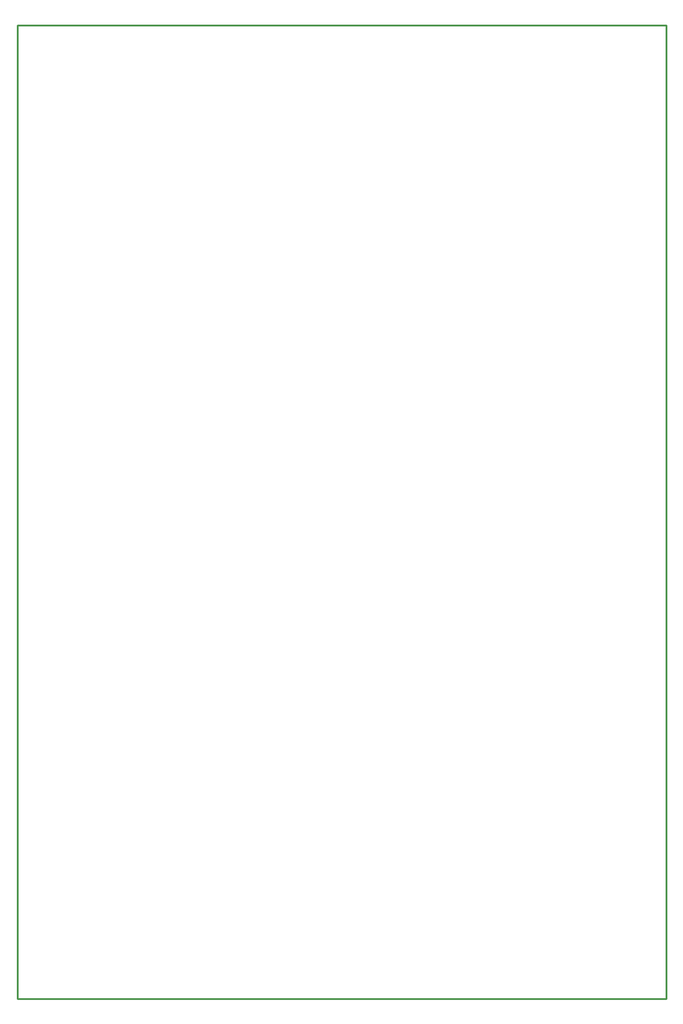
<source format=gm1>
G04 #@! TF.GenerationSoftware,KiCad,Pcbnew,(6.0.9)*
G04 #@! TF.CreationDate,2023-01-12T19:49:21+01:00*
G04 #@! TF.ProjectId,vogelhuisje_kicad,766f6765-6c68-4756-9973-6a655f6b6963,rev?*
G04 #@! TF.SameCoordinates,Original*
G04 #@! TF.FileFunction,Profile,NP*
%FSLAX46Y46*%
G04 Gerber Fmt 4.6, Leading zero omitted, Abs format (unit mm)*
G04 Created by KiCad (PCBNEW (6.0.9)) date 2023-01-12 19:49:21*
%MOMM*%
%LPD*%
G01*
G04 APERTURE LIST*
G04 #@! TA.AperFunction,Profile*
%ADD10C,0.254000*%
G04 #@! TD*
G04 APERTURE END LIST*
D10*
X66040000Y-43180000D02*
X157480000Y-43180000D01*
X157480000Y-43180000D02*
X157480000Y-180340000D01*
X157480000Y-180340000D02*
X66040000Y-180340000D01*
X66040000Y-180340000D02*
X66040000Y-43180000D01*
M02*

</source>
